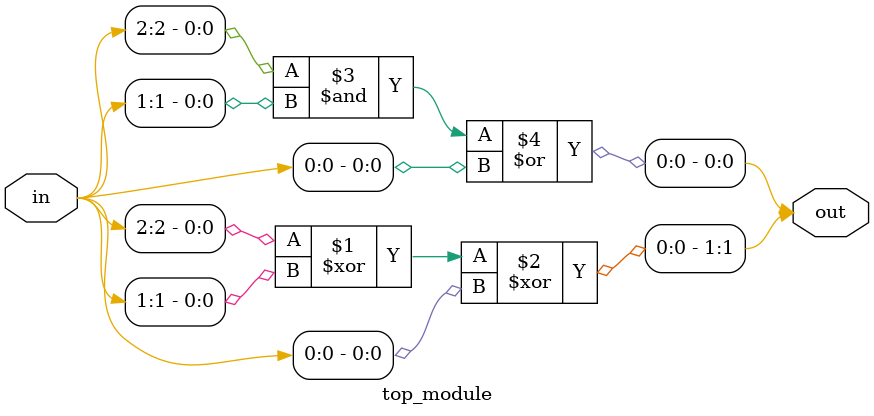
<source format=sv>
module top_module (
  input [2:0] in,
  output [1:0] out
);

  // Logic to calculate the sum of the three input bits
  assign out[1] = in[2] ^ in[1] ^ in[0];
  assign out[0] = in[2] & in[1] | in[0];

endmodule

</source>
